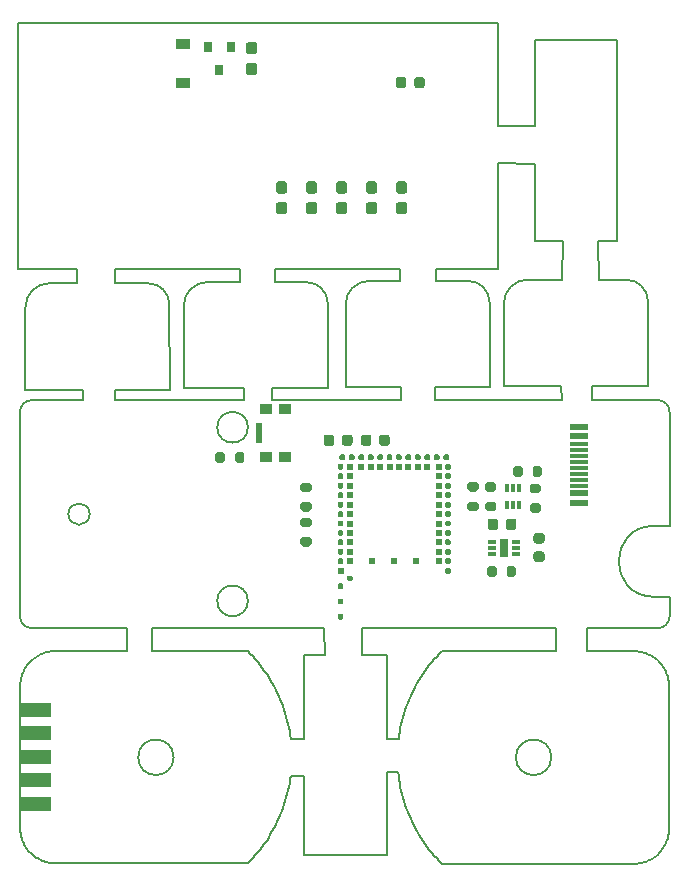
<source format=gbr>
%TF.GenerationSoftware,KiCad,Pcbnew,(5.1.10)-1*%
%TF.CreationDate,2021-10-05T13:13:14-05:00*%
%TF.ProjectId,BYTE_PANELkicad_pcb,42595445-5f50-4414-9e45-4c6b69636164,v2.2*%
%TF.SameCoordinates,Original*%
%TF.FileFunction,Paste,Top*%
%TF.FilePolarity,Positive*%
%FSLAX46Y46*%
G04 Gerber Fmt 4.6, Leading zero omitted, Abs format (unit mm)*
G04 Created by KiCad (PCBNEW (5.1.10)-1) date 2021-10-05 13:13:14*
%MOMM*%
%LPD*%
G01*
G04 APERTURE LIST*
%TA.AperFunction,Profile*%
%ADD10C,0.200000*%
%TD*%
%ADD11R,0.550000X1.700000*%
%ADD12R,1.000000X0.900000*%
%ADD13R,0.400000X0.700000*%
%ADD14R,1.650000X0.300000*%
%ADD15R,1.650000X0.600000*%
%ADD16R,0.500000X0.500000*%
%ADD17R,0.650000X1.650000*%
%ADD18R,0.700000X0.300000*%
%ADD19R,2.700000X1.200000*%
%ADD20R,0.800000X0.900000*%
%ADD21R,1.200000X0.900000*%
G04 APERTURE END LIST*
D10*
X145638100Y-94510004D02*
X145638100Y-96762180D01*
X142558100Y-96762180D02*
X142458100Y-94510004D01*
X145638100Y-96762180D02*
X147788100Y-96762180D01*
X162068100Y-94510004D02*
X145638100Y-94510004D01*
X147788100Y-96762180D02*
X147788100Y-103892180D01*
X140778100Y-103872180D02*
X140798100Y-96762180D01*
X157156100Y-55162180D02*
X160298100Y-55182180D01*
X160298100Y-51992180D02*
X157158100Y-51992180D01*
X160298100Y-61762180D02*
X160298100Y-55182180D01*
X157156100Y-43242180D02*
X157158100Y-51992180D01*
X162658100Y-61762180D02*
X162578100Y-65012180D01*
X165708100Y-65012180D02*
X165648100Y-61762180D01*
X167298100Y-61762180D02*
X165648100Y-61762180D01*
X168087294Y-65021970D02*
X165708100Y-65012180D01*
X148898100Y-64072180D02*
X148888100Y-65112180D01*
X151918100Y-64072180D02*
X151938100Y-65112180D01*
X154687294Y-65121970D02*
X151938100Y-65112180D01*
X157156100Y-64070180D02*
X151918100Y-64072180D01*
X162658100Y-61762180D02*
X160298100Y-61762180D01*
X160298100Y-51992180D02*
X160298100Y-44762180D01*
X160298100Y-44762180D02*
X167298100Y-44762180D01*
X167298100Y-44762180D02*
X167298100Y-61762180D01*
X147798100Y-106722180D02*
X147798100Y-113762180D01*
X140798100Y-96762180D02*
X142558100Y-96762180D01*
X140798100Y-113762180D02*
X140798100Y-107012180D01*
X147798100Y-113762180D02*
X140798100Y-113762180D01*
X138338100Y-65222180D02*
X138338100Y-64072180D01*
X135318100Y-64070180D02*
X135318100Y-65212180D01*
X135318100Y-65212180D02*
X132588100Y-65212180D01*
X148898100Y-64072180D02*
X138338100Y-64072180D01*
X124748100Y-64070180D02*
X124738100Y-65322180D01*
X121508100Y-65312180D02*
X121528100Y-64070180D01*
X135318100Y-64070180D02*
X124748100Y-64070180D01*
X127587294Y-65321970D02*
X124738100Y-65322180D01*
X162558100Y-74012180D02*
X162588100Y-75210004D01*
X165188100Y-75202180D02*
X165178100Y-74002180D01*
X165178100Y-74002180D02*
X169888100Y-74012180D01*
X165190000Y-75200004D02*
X170720000Y-75210004D01*
X151848100Y-74112180D02*
X151828100Y-75210004D01*
X149018100Y-75210004D02*
X149008100Y-74112180D01*
X151828100Y-75210004D02*
X162588100Y-75210004D01*
X151848100Y-74112180D02*
X156488100Y-74112180D01*
X138088100Y-74212180D02*
X138078100Y-75210004D01*
X135658100Y-74212180D02*
X135678100Y-75210004D01*
X138078100Y-75210004D02*
X149018100Y-75210004D01*
X130588100Y-74212180D02*
X135658100Y-74212180D01*
X122048100Y-75210004D02*
X122038100Y-74312180D01*
X124798100Y-75210004D02*
X124778100Y-74312180D01*
X124798100Y-75210004D02*
X135678100Y-75210004D01*
X124778100Y-74312180D02*
X129388100Y-74312180D01*
X169888100Y-74012180D02*
X169878310Y-66814500D01*
X157688100Y-74012180D02*
X157688100Y-67012180D01*
X157688100Y-74012180D02*
X162558100Y-74012180D01*
X157688100Y-67012180D02*
G75*
G02*
X159688100Y-65012180I2000000J0D01*
G01*
X168087294Y-65021969D02*
G75*
G02*
X169878309Y-66814499I806J-1790211D01*
G01*
X162578100Y-65012180D02*
X159688100Y-65012180D01*
X144288100Y-74112180D02*
X149008100Y-74112180D01*
X154687294Y-65121969D02*
G75*
G02*
X156478309Y-66914499I806J-1790211D01*
G01*
X156488100Y-74112180D02*
X156478310Y-66914500D01*
X148888100Y-65112180D02*
X146288100Y-65112180D01*
X144288100Y-67112180D02*
G75*
G02*
X146288100Y-65112180I2000000J0D01*
G01*
X144288100Y-74112180D02*
X144288100Y-67112180D01*
X138088100Y-74212180D02*
X142788100Y-74212180D01*
X140987294Y-65221969D02*
G75*
G02*
X142778309Y-67014499I806J-1790211D01*
G01*
X142788100Y-74212180D02*
X142778310Y-67014500D01*
X140985780Y-65221970D02*
X138338100Y-65222180D01*
X130588100Y-67212180D02*
G75*
G02*
X132588100Y-65212180I2000000J0D01*
G01*
X130588100Y-74212180D02*
X130588100Y-67212180D01*
X162068100Y-94510004D02*
X162068100Y-96462228D01*
X164768100Y-94510004D02*
X164768100Y-96462228D01*
X142458100Y-94510004D02*
X127868100Y-94510004D01*
X162068100Y-96462228D02*
X152439691Y-96462228D01*
X125768100Y-94510004D02*
X125768100Y-96442180D01*
X127868100Y-96442180D02*
X127868100Y-94510004D01*
X170720000Y-94510004D02*
X164768100Y-94510004D01*
X135996509Y-96442180D02*
X127868100Y-96442180D01*
X121508100Y-65312180D02*
X119188100Y-65312180D01*
X117188100Y-74312180D02*
X122038100Y-74312180D01*
X129388100Y-74312180D02*
X129378310Y-67114500D01*
X117188100Y-67312180D02*
G75*
G02*
X119188100Y-65312180I2000000J0D01*
G01*
X127587294Y-65321969D02*
G75*
G02*
X129378309Y-67114499I806J-1790211D01*
G01*
X117188100Y-74312180D02*
X117188100Y-67312180D01*
X149664215Y-100587209D02*
X149547799Y-100875525D01*
X149788569Y-100301830D02*
X149664215Y-100587209D01*
X151018880Y-98140002D02*
X150841610Y-98397203D01*
X148785800Y-103890832D02*
X147788100Y-103892180D01*
X147798100Y-106722180D02*
X148751404Y-106721733D01*
X149338778Y-101460413D02*
X149243528Y-101756746D01*
X150669631Y-98658399D02*
X150505589Y-98923432D01*
X148830779Y-103580469D02*
X148785800Y-103890832D01*
X151791463Y-97153663D02*
X151587734Y-97393613D01*
X148785800Y-107033576D02*
X148830779Y-107343939D01*
X149547799Y-100875525D02*
X149439320Y-101166646D01*
X150505589Y-98923432D02*
X150349485Y-99192195D01*
X149076841Y-102356449D02*
X149002758Y-102659582D01*
X149243528Y-101756746D02*
X149156216Y-102055460D01*
X151391942Y-97638088D02*
X151201443Y-97886928D01*
X168690379Y-96462228D02*
X164768100Y-96462228D01*
X168986712Y-96476886D02*
X168838545Y-96465906D01*
X151587734Y-97393613D02*
X151391942Y-97638088D01*
X152439691Y-96462228D02*
X152217441Y-96687838D01*
X149664215Y-110337199D02*
X149788569Y-110622578D01*
X149918215Y-110904914D02*
X150053152Y-111184049D01*
X149076841Y-108567959D02*
X149156216Y-108868948D01*
X149243528Y-109167662D02*
X149338778Y-109463995D01*
X149156216Y-108868948D02*
X149243528Y-109167662D01*
X149002758Y-108264826D02*
X149076841Y-108567959D01*
X150198673Y-111459851D02*
X150349485Y-111732213D01*
X149788569Y-110622578D02*
X149918215Y-110904914D01*
X169560857Y-114332508D02*
X169701086Y-114286523D01*
X148936612Y-102964707D02*
X148881050Y-103271716D01*
X169277753Y-114404025D02*
X169420628Y-114371719D01*
X170230252Y-114036598D02*
X170354606Y-113958149D01*
X149439320Y-109757762D02*
X149547799Y-110048883D01*
X149547799Y-110048883D02*
X149664215Y-110337199D01*
X169970961Y-114174552D02*
X170100606Y-114108776D01*
X169132233Y-114429319D02*
X169277753Y-114404025D01*
X149338778Y-109463995D02*
X149439320Y-109757762D01*
X170473668Y-113873536D02*
X170590085Y-113782810D01*
X168838545Y-114458502D02*
X168986712Y-114447522D01*
X148881050Y-107652692D02*
X148936612Y-107959701D01*
X150053152Y-111184049D02*
X150198673Y-111459851D01*
X171598146Y-112193460D02*
X171629896Y-112050188D01*
X148936612Y-107959701D02*
X149002758Y-108264826D01*
X149918215Y-100019494D02*
X149788569Y-100301830D01*
X169701086Y-96637885D02*
X169560857Y-96591900D01*
X152000483Y-96918369D02*
X151791463Y-97153663D01*
X148881050Y-103271716D02*
X148830779Y-103580469D01*
X150198673Y-99464557D02*
X150053152Y-99740359D01*
X168838545Y-96465906D02*
X168690379Y-96462228D01*
X152217441Y-96687838D02*
X152000483Y-96918369D01*
X171598146Y-98730948D02*
X171558459Y-98589713D01*
X150841610Y-98397203D02*
X150669631Y-98658399D01*
X171460563Y-98314150D02*
X171402355Y-98180351D01*
X151201443Y-97886928D02*
X151018880Y-98140002D01*
X150053152Y-99740359D02*
X149918215Y-100019494D01*
X148751404Y-106721733D02*
X148785800Y-107033576D01*
X149002758Y-102659582D02*
X148936612Y-102964707D01*
X149439320Y-101166646D02*
X149338778Y-101460413D01*
X150349485Y-99192195D02*
X150198673Y-99464557D01*
X169836023Y-96690563D02*
X169701086Y-96637885D01*
X148830779Y-107343939D02*
X148881050Y-107652692D01*
X149156216Y-102055460D02*
X149076841Y-102356449D01*
X171685459Y-99313454D02*
X171674875Y-99165711D01*
X169701086Y-114286523D02*
X169836023Y-114233845D01*
X152000483Y-114006039D02*
X152217441Y-114236570D01*
X151587734Y-113530795D02*
X151791463Y-113770745D01*
X151018880Y-112784406D02*
X151201443Y-113037480D01*
X171185397Y-113126591D02*
X171264772Y-113002476D01*
X171558459Y-112334695D02*
X171598146Y-112193460D01*
X171402355Y-112744057D02*
X171460563Y-112610258D01*
X150841610Y-112527205D02*
X151018880Y-112784406D01*
X150349485Y-111732213D02*
X150505589Y-112000976D01*
X168986712Y-114447522D02*
X169132233Y-114429319D01*
X170100606Y-114108776D02*
X170230252Y-114036598D01*
X150505589Y-112000976D02*
X150669631Y-112266009D01*
X171685459Y-111610954D02*
X171688104Y-111462206D01*
X161707278Y-105453754D02*
G75*
G03*
X161707278Y-105453754I-1500000J0D01*
G01*
X152217441Y-114236570D02*
X152439691Y-114462180D01*
X171656354Y-111905197D02*
X171674875Y-111758697D01*
X170590085Y-113782810D02*
X170703856Y-113686105D01*
X171629896Y-112050188D02*
X171656354Y-111905197D01*
X171100730Y-113247003D02*
X171185397Y-113126591D01*
X150669631Y-112266009D02*
X150841610Y-112527205D01*
X171674875Y-111758697D02*
X171685459Y-111610954D01*
X171336209Y-112874867D02*
X171402355Y-112744057D01*
X169836023Y-114233845D02*
X169970961Y-114174552D01*
X170230252Y-96887810D02*
X170100606Y-96815632D01*
X169132233Y-96495089D02*
X168986712Y-96476886D01*
X171688104Y-99462202D02*
X171685459Y-99313454D01*
X169970961Y-96749856D02*
X169836023Y-96690563D01*
X171010772Y-97560935D02*
X170912876Y-97448699D01*
X171264772Y-97921932D02*
X171185397Y-97797817D01*
X170473668Y-97050872D02*
X170354606Y-96966259D01*
X169560857Y-96591900D02*
X169420628Y-96552689D01*
X171674875Y-99165711D02*
X171656354Y-99019211D01*
X171185397Y-97797817D02*
X171100730Y-97677405D01*
X169277753Y-96520383D02*
X169132233Y-96495089D01*
X168690379Y-114462180D02*
X168838545Y-114458502D01*
X151391942Y-113286320D02*
X151587734Y-113530795D01*
X169420628Y-114371719D02*
X169560857Y-114332508D01*
X151791463Y-113770745D02*
X152000483Y-114006039D01*
X171460563Y-112610258D02*
X171513480Y-112473706D01*
X171010772Y-113363473D02*
X171100730Y-113247003D01*
X170703856Y-113686105D02*
X170809689Y-113583525D01*
X171513480Y-112473706D02*
X171558459Y-112334695D01*
X151201443Y-113037480D02*
X151391942Y-113286320D01*
X170912876Y-113475709D02*
X171010772Y-113363473D01*
X152439691Y-114462180D02*
X168690379Y-114462180D01*
X170354606Y-113958149D02*
X170473668Y-113873536D01*
X171264772Y-113002476D02*
X171336209Y-112874867D01*
X170809689Y-113583525D02*
X170912876Y-113475709D01*
X171402355Y-98180351D02*
X171336209Y-98049541D01*
X170703856Y-97238303D02*
X170590085Y-97141598D01*
X169420628Y-96552689D02*
X169277753Y-96520383D01*
X171336209Y-98049541D02*
X171264772Y-97921932D01*
X170354606Y-96966259D02*
X170230252Y-96887810D01*
X171629896Y-98874220D02*
X171598146Y-98730948D01*
X171688104Y-111462206D02*
X171688104Y-99462202D01*
X170912876Y-97448699D02*
X170809689Y-97340883D01*
X170809689Y-97340883D02*
X170703856Y-97238303D01*
X170590085Y-97141598D02*
X170473668Y-97050872D01*
X171656354Y-99019211D02*
X171629896Y-98874220D01*
X170100606Y-96815632D02*
X169970961Y-96749856D01*
X171558459Y-98589713D02*
X171513480Y-98450702D01*
X171100730Y-97677405D02*
X171010772Y-97560935D01*
X171513480Y-98450702D02*
X171460563Y-98314150D01*
X117720000Y-94510004D02*
G75*
G02*
X116720000Y-93510004I0J1000000D01*
G01*
X170720000Y-75210004D02*
G75*
G02*
X171720000Y-76210004I0J-1000000D01*
G01*
X170420000Y-91860004D02*
X171720000Y-91860004D01*
X125768100Y-94510004D02*
X117720000Y-94510004D01*
X116720000Y-76210004D02*
G75*
G02*
X117720000Y-75210004I1000000J0D01*
G01*
X122620000Y-84860004D02*
G75*
G03*
X122620000Y-84860004I-900000J0D01*
G01*
X136020001Y-77510004D02*
G75*
G03*
X136020001Y-77510004I-1300001J0D01*
G01*
X170420000Y-91860004D02*
G75*
G02*
X170420000Y-85860004I0J3000000D01*
G01*
X136020001Y-92210004D02*
G75*
G03*
X136020001Y-92210004I-1300001J0D01*
G01*
X171720000Y-91860004D02*
X171720000Y-93510004D01*
X171720000Y-93510004D02*
G75*
G02*
X170720000Y-94510004I-1000000J0D01*
G01*
X116720000Y-93510004D02*
X116720000Y-76210004D01*
X171720000Y-85860004D02*
X170420000Y-85860004D01*
X117720000Y-75210004D02*
X122048100Y-75210004D01*
X171720000Y-76210004D02*
X171720000Y-85860004D01*
X116748096Y-99442154D02*
X116748096Y-111442158D01*
X116806304Y-112030140D02*
X116838054Y-112173412D01*
X118081594Y-113938101D02*
X118205948Y-114016550D01*
X119015572Y-114351671D02*
X119158447Y-114383977D01*
X117099991Y-112854819D02*
X117171428Y-112982428D01*
X117732344Y-113666057D02*
X117846115Y-113762762D01*
X117033845Y-112724009D02*
X117099991Y-112854819D01*
X117962532Y-113853488D02*
X118081594Y-113938101D01*
X116761325Y-111738649D02*
X116779846Y-111885149D01*
X117250803Y-113106543D02*
X117335470Y-113226955D01*
X119158447Y-114383977D02*
X119303967Y-114409271D01*
X118205948Y-114016550D02*
X118335594Y-114088728D01*
X117171428Y-112982428D02*
X117250803Y-113106543D01*
X118875343Y-114312460D02*
X119015572Y-114351671D01*
X117425428Y-113343425D02*
X117523324Y-113455661D01*
X118465239Y-114154504D02*
X118600177Y-114213797D01*
X116748096Y-111442158D02*
X116750741Y-111590906D01*
X119303967Y-114409271D02*
X119449488Y-114427474D01*
X116922720Y-112453658D02*
X116975637Y-112590210D01*
X117335470Y-113226955D02*
X117425428Y-113343425D01*
X116877741Y-112314647D02*
X116922720Y-112453658D01*
X118335594Y-114088728D02*
X118465239Y-114154504D01*
X116779846Y-111885149D02*
X116806304Y-112030140D01*
X117846115Y-113762762D02*
X117962532Y-113853488D01*
X117626511Y-113563477D02*
X117732344Y-113666057D01*
X117523324Y-113455661D02*
X117626511Y-113563477D01*
X116750741Y-111590906D02*
X116761325Y-111738649D01*
X116975637Y-112590210D02*
X117033845Y-112724009D01*
X118735114Y-114266475D02*
X118875343Y-114312460D01*
X116838054Y-112173412D02*
X116877741Y-112314647D01*
X118600177Y-114213797D02*
X118735114Y-114266475D01*
X119597655Y-114438454D02*
X119745821Y-114442132D01*
X139555150Y-107632644D02*
X139605421Y-107323891D01*
X136218759Y-114216522D02*
X136435717Y-113985991D01*
X136435717Y-113985991D02*
X136644737Y-113750697D01*
X137234757Y-113017432D02*
X137417320Y-112764358D01*
X137594590Y-112507157D02*
X137766569Y-112245961D01*
X138086715Y-111712165D02*
X138237527Y-111439803D01*
X138237527Y-111439803D02*
X138383048Y-111164001D01*
X138517985Y-110884866D02*
X138647631Y-110602530D01*
X139279984Y-108848900D02*
X139359359Y-108547911D01*
X138996880Y-109737714D02*
X139097422Y-109443947D01*
X139433442Y-108244778D02*
X139499588Y-107939653D01*
X139605421Y-103560421D02*
X139555150Y-103251668D01*
X140778100Y-103872180D02*
X139650400Y-103870784D01*
X138383048Y-111164001D02*
X138517985Y-110884866D01*
X139097422Y-109443947D02*
X139192672Y-109147614D01*
X139650400Y-107013528D02*
X140798100Y-107012180D01*
X139359359Y-108547911D02*
X139433442Y-108244778D01*
X135996509Y-114442132D02*
X136218759Y-114216522D01*
X136644737Y-113750697D02*
X136848466Y-113510747D01*
X136848466Y-113510747D02*
X137044258Y-113266272D01*
X137417320Y-112764358D02*
X137594590Y-112507157D01*
X138647631Y-110602530D02*
X138771985Y-110317151D01*
X138771985Y-110317151D02*
X138888401Y-110028835D01*
X119449488Y-114427474D02*
X119597655Y-114438454D01*
X119745821Y-114442132D02*
X135996509Y-114442132D01*
X137044258Y-113266272D02*
X137234757Y-113017432D01*
X137930611Y-111980928D02*
X138086715Y-111712165D01*
X139192672Y-109147614D02*
X139279984Y-108848900D01*
X139650400Y-103870784D02*
X139605421Y-103560421D01*
X138888401Y-110028835D02*
X138996880Y-109737714D01*
X139605421Y-107323891D02*
X139650400Y-107013528D01*
X137766569Y-112245961D02*
X137930611Y-111980928D01*
X139499588Y-107939653D02*
X139555150Y-107632644D01*
X139279984Y-102035412D02*
X139192672Y-101736698D01*
X138647631Y-100281782D02*
X138517985Y-99999446D01*
X138237527Y-99444509D02*
X138086715Y-99172147D01*
X139555150Y-103251668D02*
X139499588Y-102944659D01*
X139499588Y-102944659D02*
X139433442Y-102639534D01*
X139433442Y-102639534D02*
X139359359Y-102336401D01*
X138996880Y-101146598D02*
X138888401Y-100855477D01*
X138771985Y-100567161D02*
X138647631Y-100281782D01*
X139192672Y-101736698D02*
X139097422Y-101440365D01*
X139359359Y-102336401D02*
X139279984Y-102035412D01*
X139097422Y-101440365D02*
X138996880Y-101146598D01*
X138888401Y-100855477D02*
X138771985Y-100567161D01*
X138383048Y-99720311D02*
X138237527Y-99444509D01*
X138517985Y-99999446D02*
X138383048Y-99720311D01*
X116838054Y-98710900D02*
X116806304Y-98854172D01*
X119597655Y-96445858D02*
X119449488Y-96456838D01*
X117962532Y-97030824D02*
X117846115Y-97121550D01*
X119303967Y-96475041D02*
X119158447Y-96500335D01*
X118465239Y-96729808D02*
X118335594Y-96795584D01*
X118205948Y-96867762D02*
X118081594Y-96946211D01*
X119158447Y-96500335D02*
X119015572Y-96532641D01*
X118875343Y-96571852D02*
X118735114Y-96617837D01*
X116806304Y-98854172D02*
X116779846Y-98999163D01*
X138086715Y-99172147D02*
X137930611Y-98903384D01*
X136218759Y-96667790D02*
X135996509Y-96442180D01*
X137930611Y-98903384D02*
X137766569Y-98638351D01*
X137766569Y-98638351D02*
X137594590Y-98377155D01*
X118600177Y-96670515D02*
X118465239Y-96729808D01*
X137594590Y-98377155D02*
X137417320Y-98119954D01*
X137417320Y-98119954D02*
X137234757Y-97866880D01*
X116750741Y-99293406D02*
X116748096Y-99442154D01*
X136848466Y-97373565D02*
X136644737Y-97133615D01*
X117335470Y-97657357D02*
X117250803Y-97777769D01*
X117250803Y-97777769D02*
X117171428Y-97901884D01*
X117099991Y-98029493D02*
X117033845Y-98160303D01*
X116761325Y-99145663D02*
X116750741Y-99293406D01*
X136435717Y-96898321D02*
X136218759Y-96667790D01*
X118735114Y-96617837D02*
X118600177Y-96670515D01*
X118335594Y-96795584D02*
X118205948Y-96867762D01*
X117846115Y-97121550D02*
X117732344Y-97218255D01*
X116779846Y-98999163D02*
X116761325Y-99145663D01*
X129728922Y-105450606D02*
G75*
G03*
X129728922Y-105450606I-1500000J0D01*
G01*
X119449488Y-96456838D02*
X119303967Y-96475041D01*
X117033845Y-98160303D02*
X116975637Y-98294102D01*
X116877741Y-98569665D02*
X116838054Y-98710900D01*
X117732344Y-97218255D02*
X117626511Y-97320835D01*
X117523324Y-97428651D02*
X117425428Y-97540887D01*
X117425428Y-97540887D02*
X117335470Y-97657357D01*
X116975637Y-98294102D02*
X116922720Y-98430654D01*
X116922720Y-98430654D02*
X116877741Y-98569665D01*
X137234757Y-97866880D02*
X137044258Y-97618040D01*
X117171428Y-97901884D02*
X117099991Y-98029493D01*
X137044258Y-97618040D02*
X136848466Y-97373565D01*
X136644737Y-97133615D02*
X136435717Y-96898321D01*
X117626511Y-97320835D02*
X117523324Y-97428651D01*
X118081594Y-96946211D02*
X117962532Y-97030824D01*
X125768100Y-96442180D02*
X119745821Y-96442180D01*
X119015572Y-96532641D02*
X118875343Y-96571852D01*
X119745821Y-96442180D02*
X119597655Y-96445858D01*
X116516100Y-43242180D02*
X157156100Y-43242180D01*
X116516100Y-64070180D02*
X116516100Y-43242180D01*
X121528100Y-64070180D02*
X116516100Y-64070180D01*
X157156100Y-55162180D02*
X157156100Y-64070180D01*
D11*
%TO.C,SW3*%
X136940000Y-77990000D03*
D12*
X137565000Y-80040000D03*
X139165000Y-80040000D03*
X137565000Y-75940000D03*
X139165000Y-75940000D03*
%TD*%
%TO.C,R13*%
G36*
G01*
X134065000Y-79790000D02*
X134065000Y-80340000D01*
G75*
G02*
X133865000Y-80540000I-200000J0D01*
G01*
X133465000Y-80540000D01*
G75*
G02*
X133265000Y-80340000I0J200000D01*
G01*
X133265000Y-79790000D01*
G75*
G02*
X133465000Y-79590000I200000J0D01*
G01*
X133865000Y-79590000D01*
G75*
G02*
X134065000Y-79790000I0J-200000D01*
G01*
G37*
G36*
G01*
X135715000Y-79790000D02*
X135715000Y-80340000D01*
G75*
G02*
X135515000Y-80540000I-200000J0D01*
G01*
X135115000Y-80540000D01*
G75*
G02*
X134915000Y-80340000I0J200000D01*
G01*
X134915000Y-79790000D01*
G75*
G02*
X135115000Y-79590000I200000J0D01*
G01*
X135515000Y-79590000D01*
G75*
G02*
X135715000Y-79790000I0J-200000D01*
G01*
G37*
%TD*%
%TO.C,C4*%
G36*
G01*
X147130000Y-78860000D02*
X147130000Y-78360000D01*
G75*
G02*
X147355000Y-78135000I225000J0D01*
G01*
X147805000Y-78135000D01*
G75*
G02*
X148030000Y-78360000I0J-225000D01*
G01*
X148030000Y-78860000D01*
G75*
G02*
X147805000Y-79085000I-225000J0D01*
G01*
X147355000Y-79085000D01*
G75*
G02*
X147130000Y-78860000I0J225000D01*
G01*
G37*
G36*
G01*
X145580000Y-78860000D02*
X145580000Y-78360000D01*
G75*
G02*
X145805000Y-78135000I225000J0D01*
G01*
X146255000Y-78135000D01*
G75*
G02*
X146480000Y-78360000I0J-225000D01*
G01*
X146480000Y-78860000D01*
G75*
G02*
X146255000Y-79085000I-225000J0D01*
G01*
X145805000Y-79085000D01*
G75*
G02*
X145580000Y-78860000I0J225000D01*
G01*
G37*
%TD*%
%TO.C,C3*%
G36*
G01*
X143330000Y-78360000D02*
X143330000Y-78860000D01*
G75*
G02*
X143105000Y-79085000I-225000J0D01*
G01*
X142655000Y-79085000D01*
G75*
G02*
X142430000Y-78860000I0J225000D01*
G01*
X142430000Y-78360000D01*
G75*
G02*
X142655000Y-78135000I225000J0D01*
G01*
X143105000Y-78135000D01*
G75*
G02*
X143330000Y-78360000I0J-225000D01*
G01*
G37*
G36*
G01*
X144880000Y-78360000D02*
X144880000Y-78860000D01*
G75*
G02*
X144655000Y-79085000I-225000J0D01*
G01*
X144205000Y-79085000D01*
G75*
G02*
X143980000Y-78860000I0J225000D01*
G01*
X143980000Y-78360000D01*
G75*
G02*
X144205000Y-78135000I225000J0D01*
G01*
X144655000Y-78135000D01*
G75*
G02*
X144880000Y-78360000I0J-225000D01*
G01*
G37*
%TD*%
%TO.C,R10*%
G36*
G01*
X155345000Y-82955000D02*
X154795000Y-82955000D01*
G75*
G02*
X154595000Y-82755000I0J200000D01*
G01*
X154595000Y-82355000D01*
G75*
G02*
X154795000Y-82155000I200000J0D01*
G01*
X155345000Y-82155000D01*
G75*
G02*
X155545000Y-82355000I0J-200000D01*
G01*
X155545000Y-82755000D01*
G75*
G02*
X155345000Y-82955000I-200000J0D01*
G01*
G37*
G36*
G01*
X155345000Y-84605000D02*
X154795000Y-84605000D01*
G75*
G02*
X154595000Y-84405000I0J200000D01*
G01*
X154595000Y-84005000D01*
G75*
G02*
X154795000Y-83805000I200000J0D01*
G01*
X155345000Y-83805000D01*
G75*
G02*
X155545000Y-84005000I0J-200000D01*
G01*
X155545000Y-84405000D01*
G75*
G02*
X155345000Y-84605000I-200000J0D01*
G01*
G37*
%TD*%
%TO.C,R9*%
G36*
G01*
X156315000Y-83825000D02*
X156865000Y-83825000D01*
G75*
G02*
X157065000Y-84025000I0J-200000D01*
G01*
X157065000Y-84425000D01*
G75*
G02*
X156865000Y-84625000I-200000J0D01*
G01*
X156315000Y-84625000D01*
G75*
G02*
X156115000Y-84425000I0J200000D01*
G01*
X156115000Y-84025000D01*
G75*
G02*
X156315000Y-83825000I200000J0D01*
G01*
G37*
G36*
G01*
X156315000Y-82175000D02*
X156865000Y-82175000D01*
G75*
G02*
X157065000Y-82375000I0J-200000D01*
G01*
X157065000Y-82775000D01*
G75*
G02*
X156865000Y-82975000I-200000J0D01*
G01*
X156315000Y-82975000D01*
G75*
G02*
X156115000Y-82775000I0J200000D01*
G01*
X156115000Y-82375000D01*
G75*
G02*
X156315000Y-82175000I200000J0D01*
G01*
G37*
%TD*%
%TO.C,R8*%
G36*
G01*
X160065000Y-83945000D02*
X160615000Y-83945000D01*
G75*
G02*
X160815000Y-84145000I0J-200000D01*
G01*
X160815000Y-84545000D01*
G75*
G02*
X160615000Y-84745000I-200000J0D01*
G01*
X160065000Y-84745000D01*
G75*
G02*
X159865000Y-84545000I0J200000D01*
G01*
X159865000Y-84145000D01*
G75*
G02*
X160065000Y-83945000I200000J0D01*
G01*
G37*
G36*
G01*
X160065000Y-82295000D02*
X160615000Y-82295000D01*
G75*
G02*
X160815000Y-82495000I0J-200000D01*
G01*
X160815000Y-82895000D01*
G75*
G02*
X160615000Y-83095000I-200000J0D01*
G01*
X160065000Y-83095000D01*
G75*
G02*
X159865000Y-82895000I0J200000D01*
G01*
X159865000Y-82495000D01*
G75*
G02*
X160065000Y-82295000I200000J0D01*
G01*
G37*
%TD*%
%TO.C,R7*%
G36*
G01*
X159270000Y-80985000D02*
X159270000Y-81535000D01*
G75*
G02*
X159070000Y-81735000I-200000J0D01*
G01*
X158670000Y-81735000D01*
G75*
G02*
X158470000Y-81535000I0J200000D01*
G01*
X158470000Y-80985000D01*
G75*
G02*
X158670000Y-80785000I200000J0D01*
G01*
X159070000Y-80785000D01*
G75*
G02*
X159270000Y-80985000I0J-200000D01*
G01*
G37*
G36*
G01*
X160920000Y-80985000D02*
X160920000Y-81535000D01*
G75*
G02*
X160720000Y-81735000I-200000J0D01*
G01*
X160320000Y-81735000D01*
G75*
G02*
X160120000Y-81535000I0J200000D01*
G01*
X160120000Y-80985000D01*
G75*
G02*
X160320000Y-80785000I200000J0D01*
G01*
X160720000Y-80785000D01*
G75*
G02*
X160920000Y-80985000I0J-200000D01*
G01*
G37*
%TD*%
D13*
%TO.C,Q1*%
X158470000Y-84110000D03*
X157970000Y-84110000D03*
X158470000Y-82610000D03*
X158970000Y-84110000D03*
X157970000Y-82610000D03*
X158970000Y-82610000D03*
%TD*%
D14*
%TO.C,P1*%
X164035000Y-78940000D03*
X164035000Y-79440000D03*
X164035000Y-79940000D03*
X164035000Y-80440000D03*
X164035000Y-80940000D03*
X164035000Y-81440000D03*
X164035000Y-81940000D03*
X164035000Y-82440000D03*
D15*
X164035000Y-78290000D03*
X164035000Y-83090000D03*
X164035000Y-77490000D03*
X164035000Y-83890000D03*
%TD*%
D16*
%TO.C,U2*%
X143860000Y-89660002D03*
G36*
G01*
X143610000Y-88985002D02*
X143610000Y-88735002D01*
G75*
G02*
X143735000Y-88610002I125000J0D01*
G01*
X143985000Y-88610002D01*
G75*
G02*
X144110000Y-88735002I0J-125000D01*
G01*
X144110000Y-88985002D01*
G75*
G02*
X143985000Y-89110002I-125000J0D01*
G01*
X143735000Y-89110002D01*
G75*
G02*
X143610000Y-88985002I0J125000D01*
G01*
G37*
X144660000Y-88860002D03*
G36*
G01*
X143610000Y-88185002D02*
X143610000Y-87935002D01*
G75*
G02*
X143735000Y-87810002I125000J0D01*
G01*
X143985000Y-87810002D01*
G75*
G02*
X144110000Y-87935002I0J-125000D01*
G01*
X144110000Y-88185002D01*
G75*
G02*
X143985000Y-88310002I-125000J0D01*
G01*
X143735000Y-88310002D01*
G75*
G02*
X143610000Y-88185002I0J125000D01*
G01*
G37*
X144660000Y-88060002D03*
G36*
G01*
X143610000Y-87385002D02*
X143610000Y-87135002D01*
G75*
G02*
X143735000Y-87010002I125000J0D01*
G01*
X143985000Y-87010002D01*
G75*
G02*
X144110000Y-87135002I0J-125000D01*
G01*
X144110000Y-87385002D01*
G75*
G02*
X143985000Y-87510002I-125000J0D01*
G01*
X143735000Y-87510002D01*
G75*
G02*
X143610000Y-87385002I0J125000D01*
G01*
G37*
X144660004Y-87260002D03*
G36*
G01*
X143610003Y-86585004D02*
X143610003Y-86335004D01*
G75*
G02*
X143735003Y-86210004I125000J0D01*
G01*
X143985003Y-86210004D01*
G75*
G02*
X144110003Y-86335004I0J-125000D01*
G01*
X144110003Y-86585004D01*
G75*
G02*
X143985003Y-86710004I-125000J0D01*
G01*
X143735003Y-86710004D01*
G75*
G02*
X143610003Y-86585004I0J125000D01*
G01*
G37*
X144660004Y-86460004D03*
G36*
G01*
X143610000Y-85785002D02*
X143610000Y-85535002D01*
G75*
G02*
X143735000Y-85410002I125000J0D01*
G01*
X143985000Y-85410002D01*
G75*
G02*
X144110000Y-85535002I0J-125000D01*
G01*
X144110000Y-85785002D01*
G75*
G02*
X143985000Y-85910002I-125000J0D01*
G01*
X143735000Y-85910002D01*
G75*
G02*
X143610000Y-85785002I0J125000D01*
G01*
G37*
X144659998Y-85660002D03*
G36*
G01*
X143610000Y-84985002D02*
X143610000Y-84735002D01*
G75*
G02*
X143735000Y-84610002I125000J0D01*
G01*
X143985000Y-84610002D01*
G75*
G02*
X144110000Y-84735002I0J-125000D01*
G01*
X144110000Y-84985002D01*
G75*
G02*
X143985000Y-85110002I-125000J0D01*
G01*
X143735000Y-85110002D01*
G75*
G02*
X143610000Y-84985002I0J125000D01*
G01*
G37*
X144660000Y-84859999D03*
G36*
G01*
X143610000Y-84185002D02*
X143610000Y-83935002D01*
G75*
G02*
X143735000Y-83810002I125000J0D01*
G01*
X143985000Y-83810002D01*
G75*
G02*
X144110000Y-83935002I0J-125000D01*
G01*
X144110000Y-84185002D01*
G75*
G02*
X143985000Y-84310002I-125000J0D01*
G01*
X143735000Y-84310002D01*
G75*
G02*
X143610000Y-84185002I0J125000D01*
G01*
G37*
X144660000Y-84060002D03*
G36*
G01*
X143610000Y-83385002D02*
X143610000Y-83135002D01*
G75*
G02*
X143735000Y-83010002I125000J0D01*
G01*
X143985000Y-83010002D01*
G75*
G02*
X144110000Y-83135002I0J-125000D01*
G01*
X144110000Y-83385002D01*
G75*
G02*
X143985000Y-83510002I-125000J0D01*
G01*
X143735000Y-83510002D01*
G75*
G02*
X143610000Y-83385002I0J125000D01*
G01*
G37*
X144660000Y-83260002D03*
G36*
G01*
X143610000Y-82585002D02*
X143610000Y-82335002D01*
G75*
G02*
X143735000Y-82210002I125000J0D01*
G01*
X143985000Y-82210002D01*
G75*
G02*
X144110000Y-82335002I0J-125000D01*
G01*
X144110000Y-82585002D01*
G75*
G02*
X143985000Y-82710002I-125000J0D01*
G01*
X143735000Y-82710002D01*
G75*
G02*
X143610000Y-82585002I0J125000D01*
G01*
G37*
X144660000Y-82460002D03*
G36*
G01*
X143610000Y-81785002D02*
X143610000Y-81535002D01*
G75*
G02*
X143735000Y-81410002I125000J0D01*
G01*
X143985000Y-81410002D01*
G75*
G02*
X144110000Y-81535002I0J-125000D01*
G01*
X144110000Y-81785002D01*
G75*
G02*
X143985000Y-81910002I-125000J0D01*
G01*
X143735000Y-81910002D01*
G75*
G02*
X143610000Y-81785002I0J125000D01*
G01*
G37*
X144659998Y-81660002D03*
G36*
G01*
X143610000Y-80985002D02*
X143610000Y-80735002D01*
G75*
G02*
X143735000Y-80610002I125000J0D01*
G01*
X143985000Y-80610002D01*
G75*
G02*
X144110000Y-80735002I0J-125000D01*
G01*
X144110000Y-80985002D01*
G75*
G02*
X143985000Y-81110002I-125000J0D01*
G01*
X143735000Y-81110002D01*
G75*
G02*
X143610000Y-80985002I0J125000D01*
G01*
G37*
X144659998Y-80860002D03*
G36*
G01*
X143884997Y-79810002D02*
X144134997Y-79810002D01*
G75*
G02*
X144259997Y-79935002I0J-125000D01*
G01*
X144259997Y-80185002D01*
G75*
G02*
X144134997Y-80310002I-125000J0D01*
G01*
X143884997Y-80310002D01*
G75*
G02*
X143759997Y-80185002I0J125000D01*
G01*
X143759997Y-79935002D01*
G75*
G02*
X143884997Y-79810002I125000J0D01*
G01*
G37*
G36*
G01*
X144685003Y-79810002D02*
X144935003Y-79810002D01*
G75*
G02*
X145060003Y-79935002I0J-125000D01*
G01*
X145060003Y-80185002D01*
G75*
G02*
X144935003Y-80310002I-125000J0D01*
G01*
X144685003Y-80310002D01*
G75*
G02*
X144560003Y-80185002I0J125000D01*
G01*
X144560003Y-79935002D01*
G75*
G02*
X144685003Y-79810002I125000J0D01*
G01*
G37*
G36*
G01*
X145485002Y-79810002D02*
X145735002Y-79810002D01*
G75*
G02*
X145860002Y-79935002I0J-125000D01*
G01*
X145860002Y-80185002D01*
G75*
G02*
X145735002Y-80310002I-125000J0D01*
G01*
X145485002Y-80310002D01*
G75*
G02*
X145360002Y-80185002I0J125000D01*
G01*
X145360002Y-79935002D01*
G75*
G02*
X145485002Y-79810002I125000J0D01*
G01*
G37*
X145610002Y-80860002D03*
G36*
G01*
X146285003Y-79809999D02*
X146535003Y-79809999D01*
G75*
G02*
X146660003Y-79934999I0J-125000D01*
G01*
X146660003Y-80184999D01*
G75*
G02*
X146535003Y-80309999I-125000J0D01*
G01*
X146285003Y-80309999D01*
G75*
G02*
X146160003Y-80184999I0J125000D01*
G01*
X146160003Y-79934999D01*
G75*
G02*
X146285003Y-79809999I125000J0D01*
G01*
G37*
X146410000Y-80860002D03*
G36*
G01*
X147084998Y-79809999D02*
X147334998Y-79809999D01*
G75*
G02*
X147459998Y-79934999I0J-125000D01*
G01*
X147459998Y-80184999D01*
G75*
G02*
X147334998Y-80309999I-125000J0D01*
G01*
X147084998Y-80309999D01*
G75*
G02*
X146959998Y-80184999I0J125000D01*
G01*
X146959998Y-79934999D01*
G75*
G02*
X147084998Y-79809999I125000J0D01*
G01*
G37*
X147210000Y-80860002D03*
G36*
G01*
X147885002Y-79810002D02*
X148135002Y-79810002D01*
G75*
G02*
X148260002Y-79935002I0J-125000D01*
G01*
X148260002Y-80185002D01*
G75*
G02*
X148135002Y-80310002I-125000J0D01*
G01*
X147885002Y-80310002D01*
G75*
G02*
X147760002Y-80185002I0J125000D01*
G01*
X147760002Y-79935002D01*
G75*
G02*
X147885002Y-79810002I125000J0D01*
G01*
G37*
X148010002Y-80860002D03*
G36*
G01*
X148685003Y-79810002D02*
X148935003Y-79810002D01*
G75*
G02*
X149060003Y-79935002I0J-125000D01*
G01*
X149060003Y-80185002D01*
G75*
G02*
X148935003Y-80310002I-125000J0D01*
G01*
X148685003Y-80310002D01*
G75*
G02*
X148560003Y-80185002I0J125000D01*
G01*
X148560003Y-79935002D01*
G75*
G02*
X148685003Y-79810002I125000J0D01*
G01*
G37*
X148809998Y-80860002D03*
G36*
G01*
X149485000Y-79810002D02*
X149735000Y-79810002D01*
G75*
G02*
X149860000Y-79935002I0J-125000D01*
G01*
X149860000Y-80185002D01*
G75*
G02*
X149735000Y-80310002I-125000J0D01*
G01*
X149485000Y-80310002D01*
G75*
G02*
X149360000Y-80185002I0J125000D01*
G01*
X149360000Y-79935002D01*
G75*
G02*
X149485000Y-79810002I125000J0D01*
G01*
G37*
X149610004Y-80860002D03*
G36*
G01*
X150285005Y-79810002D02*
X150535005Y-79810002D01*
G75*
G02*
X150660005Y-79935002I0J-125000D01*
G01*
X150660005Y-80185002D01*
G75*
G02*
X150535005Y-80310002I-125000J0D01*
G01*
X150285005Y-80310002D01*
G75*
G02*
X150160005Y-80185002I0J125000D01*
G01*
X150160005Y-79935002D01*
G75*
G02*
X150285005Y-79810002I125000J0D01*
G01*
G37*
X150410005Y-80860002D03*
G36*
G01*
X151085000Y-79810002D02*
X151335000Y-79810002D01*
G75*
G02*
X151460000Y-79935002I0J-125000D01*
G01*
X151460000Y-80185002D01*
G75*
G02*
X151335000Y-80310002I-125000J0D01*
G01*
X151085000Y-80310002D01*
G75*
G02*
X150960000Y-80185002I0J125000D01*
G01*
X150960000Y-79935002D01*
G75*
G02*
X151085000Y-79810002I125000J0D01*
G01*
G37*
X151210000Y-80860002D03*
G36*
G01*
X151885004Y-79809999D02*
X152135004Y-79809999D01*
G75*
G02*
X152260004Y-79934999I0J-125000D01*
G01*
X152260004Y-80184999D01*
G75*
G02*
X152135004Y-80309999I-125000J0D01*
G01*
X151885004Y-80309999D01*
G75*
G02*
X151760004Y-80184999I0J125000D01*
G01*
X151760004Y-79934999D01*
G75*
G02*
X151885004Y-79809999I125000J0D01*
G01*
G37*
G36*
G01*
X152685000Y-79810002D02*
X152935000Y-79810002D01*
G75*
G02*
X153060000Y-79935002I0J-125000D01*
G01*
X153060000Y-80185002D01*
G75*
G02*
X152935000Y-80310002I-125000J0D01*
G01*
X152685000Y-80310002D01*
G75*
G02*
X152560000Y-80185002I0J125000D01*
G01*
X152560000Y-79935002D01*
G75*
G02*
X152685000Y-79810002I125000J0D01*
G01*
G37*
G36*
G01*
X152710002Y-80985002D02*
X152710002Y-80735002D01*
G75*
G02*
X152835002Y-80610002I125000J0D01*
G01*
X153085002Y-80610002D01*
G75*
G02*
X153210002Y-80735002I0J-125000D01*
G01*
X153210002Y-80985002D01*
G75*
G02*
X153085002Y-81110002I-125000J0D01*
G01*
X152835002Y-81110002D01*
G75*
G02*
X152710002Y-80985002I0J125000D01*
G01*
G37*
X152160000Y-80860002D03*
G36*
G01*
X152710002Y-81785002D02*
X152710002Y-81535002D01*
G75*
G02*
X152835002Y-81410002I125000J0D01*
G01*
X153085002Y-81410002D01*
G75*
G02*
X153210002Y-81535002I0J-125000D01*
G01*
X153210002Y-81785002D01*
G75*
G02*
X153085002Y-81910002I-125000J0D01*
G01*
X152835002Y-81910002D01*
G75*
G02*
X152710002Y-81785002I0J125000D01*
G01*
G37*
X152160000Y-81660002D03*
G36*
G01*
X152710002Y-82585002D02*
X152710002Y-82335002D01*
G75*
G02*
X152835002Y-82210002I125000J0D01*
G01*
X153085002Y-82210002D01*
G75*
G02*
X153210002Y-82335002I0J-125000D01*
G01*
X153210002Y-82585002D01*
G75*
G02*
X153085002Y-82710002I-125000J0D01*
G01*
X152835002Y-82710002D01*
G75*
G02*
X152710002Y-82585002I0J125000D01*
G01*
G37*
X152160000Y-82460002D03*
G36*
G01*
X152710002Y-83385002D02*
X152710002Y-83135002D01*
G75*
G02*
X152835002Y-83010002I125000J0D01*
G01*
X153085002Y-83010002D01*
G75*
G02*
X153210002Y-83135002I0J-125000D01*
G01*
X153210002Y-83385002D01*
G75*
G02*
X153085002Y-83510002I-125000J0D01*
G01*
X152835002Y-83510002D01*
G75*
G02*
X152710002Y-83385002I0J125000D01*
G01*
G37*
X152160000Y-83260002D03*
G36*
G01*
X152710002Y-84185002D02*
X152710002Y-83935002D01*
G75*
G02*
X152835002Y-83810002I125000J0D01*
G01*
X153085002Y-83810002D01*
G75*
G02*
X153210002Y-83935002I0J-125000D01*
G01*
X153210002Y-84185002D01*
G75*
G02*
X153085002Y-84310002I-125000J0D01*
G01*
X152835002Y-84310002D01*
G75*
G02*
X152710002Y-84185002I0J125000D01*
G01*
G37*
X152160000Y-84060002D03*
G36*
G01*
X152710002Y-84985002D02*
X152710002Y-84735002D01*
G75*
G02*
X152835002Y-84610002I125000J0D01*
G01*
X153085002Y-84610002D01*
G75*
G02*
X153210002Y-84735002I0J-125000D01*
G01*
X153210002Y-84985002D01*
G75*
G02*
X153085002Y-85110002I-125000J0D01*
G01*
X152835002Y-85110002D01*
G75*
G02*
X152710002Y-84985002I0J125000D01*
G01*
G37*
X152160000Y-84860002D03*
G36*
G01*
X152710002Y-85785002D02*
X152710002Y-85535002D01*
G75*
G02*
X152835002Y-85410002I125000J0D01*
G01*
X153085002Y-85410002D01*
G75*
G02*
X153210002Y-85535002I0J-125000D01*
G01*
X153210002Y-85785002D01*
G75*
G02*
X153085002Y-85910002I-125000J0D01*
G01*
X152835002Y-85910002D01*
G75*
G02*
X152710002Y-85785002I0J125000D01*
G01*
G37*
X152160000Y-85660002D03*
G36*
G01*
X152710002Y-86585002D02*
X152710002Y-86335002D01*
G75*
G02*
X152835002Y-86210002I125000J0D01*
G01*
X153085002Y-86210002D01*
G75*
G02*
X153210002Y-86335002I0J-125000D01*
G01*
X153210002Y-86585002D01*
G75*
G02*
X153085002Y-86710002I-125000J0D01*
G01*
X152835002Y-86710002D01*
G75*
G02*
X152710002Y-86585002I0J125000D01*
G01*
G37*
X152160000Y-86460002D03*
G36*
G01*
X152710002Y-87385002D02*
X152710002Y-87135002D01*
G75*
G02*
X152835002Y-87010002I125000J0D01*
G01*
X153085002Y-87010002D01*
G75*
G02*
X153210002Y-87135002I0J-125000D01*
G01*
X153210002Y-87385002D01*
G75*
G02*
X153085002Y-87510002I-125000J0D01*
G01*
X152835002Y-87510002D01*
G75*
G02*
X152710002Y-87385002I0J125000D01*
G01*
G37*
X152160000Y-87260002D03*
G36*
G01*
X152710002Y-88185002D02*
X152710002Y-87935002D01*
G75*
G02*
X152835002Y-87810002I125000J0D01*
G01*
X153085002Y-87810002D01*
G75*
G02*
X153210002Y-87935002I0J-125000D01*
G01*
X153210002Y-88185002D01*
G75*
G02*
X153085002Y-88310002I-125000J0D01*
G01*
X152835002Y-88310002D01*
G75*
G02*
X152710002Y-88185002I0J125000D01*
G01*
G37*
X152160000Y-88060002D03*
G36*
G01*
X152710002Y-88985002D02*
X152710002Y-88735002D01*
G75*
G02*
X152835002Y-88610002I125000J0D01*
G01*
X153085002Y-88610002D01*
G75*
G02*
X153210002Y-88735002I0J-125000D01*
G01*
X153210002Y-88985002D01*
G75*
G02*
X153085002Y-89110002I-125000J0D01*
G01*
X152835002Y-89110002D01*
G75*
G02*
X152710002Y-88985002I0J125000D01*
G01*
G37*
X152160000Y-88860004D03*
G36*
G01*
X152710002Y-89785002D02*
X152710002Y-89535002D01*
G75*
G02*
X152835002Y-89410002I125000J0D01*
G01*
X153085002Y-89410002D01*
G75*
G02*
X153210002Y-89535002I0J-125000D01*
G01*
X153210002Y-89785002D01*
G75*
G02*
X153085002Y-89910002I-125000J0D01*
G01*
X152835002Y-89910002D01*
G75*
G02*
X152710002Y-89785002I0J125000D01*
G01*
G37*
G36*
G01*
X143610000Y-91085002D02*
X143610000Y-90835002D01*
G75*
G02*
X143735000Y-90710002I125000J0D01*
G01*
X143985000Y-90710002D01*
G75*
G02*
X144110000Y-90835002I0J-125000D01*
G01*
X144110000Y-91085002D01*
G75*
G02*
X143985000Y-91210002I-125000J0D01*
G01*
X143735000Y-91210002D01*
G75*
G02*
X143610000Y-91085002I0J125000D01*
G01*
G37*
G36*
G01*
X143610000Y-92385002D02*
X143610000Y-92135002D01*
G75*
G02*
X143735000Y-92010002I125000J0D01*
G01*
X143985000Y-92010002D01*
G75*
G02*
X144110000Y-92135002I0J-125000D01*
G01*
X144110000Y-92385002D01*
G75*
G02*
X143985000Y-92510002I-125000J0D01*
G01*
X143735000Y-92510002D01*
G75*
G02*
X143610000Y-92385002I0J125000D01*
G01*
G37*
G36*
G01*
X143610000Y-93685002D02*
X143610000Y-93435002D01*
G75*
G02*
X143735000Y-93310002I125000J0D01*
G01*
X143985000Y-93310002D01*
G75*
G02*
X144110000Y-93435002I0J-125000D01*
G01*
X144110000Y-93685002D01*
G75*
G02*
X143985000Y-93810002I-125000J0D01*
G01*
X143735000Y-93810002D01*
G75*
G02*
X143610000Y-93685002I0J125000D01*
G01*
G37*
X150285000Y-88860002D03*
X148410000Y-88860002D03*
X146535000Y-88860002D03*
G36*
G01*
X144410000Y-90435011D02*
X144410000Y-90185011D01*
G75*
G02*
X144535000Y-90060011I125000J0D01*
G01*
X144785000Y-90060011D01*
G75*
G02*
X144910000Y-90185011I0J-125000D01*
G01*
X144910000Y-90435011D01*
G75*
G02*
X144785000Y-90560011I-125000J0D01*
G01*
X144535000Y-90560011D01*
G75*
G02*
X144410000Y-90435011I0J125000D01*
G01*
G37*
%TD*%
D17*
%TO.C,U1*%
X157710000Y-87710000D03*
D18*
X156660000Y-88210000D03*
X156660000Y-87710000D03*
X156660000Y-87210000D03*
X158760000Y-87210000D03*
X158760000Y-87710000D03*
X158760000Y-88210000D03*
%TD*%
%TO.C,R5*%
G36*
G01*
X141215000Y-83000000D02*
X140665000Y-83000000D01*
G75*
G02*
X140465000Y-82800000I0J200000D01*
G01*
X140465000Y-82400000D01*
G75*
G02*
X140665000Y-82200000I200000J0D01*
G01*
X141215000Y-82200000D01*
G75*
G02*
X141415000Y-82400000I0J-200000D01*
G01*
X141415000Y-82800000D01*
G75*
G02*
X141215000Y-83000000I-200000J0D01*
G01*
G37*
G36*
G01*
X141215000Y-84650000D02*
X140665000Y-84650000D01*
G75*
G02*
X140465000Y-84450000I0J200000D01*
G01*
X140465000Y-84050000D01*
G75*
G02*
X140665000Y-83850000I200000J0D01*
G01*
X141215000Y-83850000D01*
G75*
G02*
X141415000Y-84050000I0J-200000D01*
G01*
X141415000Y-84450000D01*
G75*
G02*
X141215000Y-84650000I-200000J0D01*
G01*
G37*
%TD*%
%TO.C,R3*%
G36*
G01*
X140655000Y-86810000D02*
X141205000Y-86810000D01*
G75*
G02*
X141405000Y-87010000I0J-200000D01*
G01*
X141405000Y-87410000D01*
G75*
G02*
X141205000Y-87610000I-200000J0D01*
G01*
X140655000Y-87610000D01*
G75*
G02*
X140455000Y-87410000I0J200000D01*
G01*
X140455000Y-87010000D01*
G75*
G02*
X140655000Y-86810000I200000J0D01*
G01*
G37*
G36*
G01*
X140655000Y-85160000D02*
X141205000Y-85160000D01*
G75*
G02*
X141405000Y-85360000I0J-200000D01*
G01*
X141405000Y-85760000D01*
G75*
G02*
X141205000Y-85960000I-200000J0D01*
G01*
X140655000Y-85960000D01*
G75*
G02*
X140455000Y-85760000I0J200000D01*
G01*
X140455000Y-85360000D01*
G75*
G02*
X140655000Y-85160000I200000J0D01*
G01*
G37*
%TD*%
%TO.C,R2*%
G36*
G01*
X157085000Y-89445000D02*
X157085000Y-89995000D01*
G75*
G02*
X156885000Y-90195000I-200000J0D01*
G01*
X156485000Y-90195000D01*
G75*
G02*
X156285000Y-89995000I0J200000D01*
G01*
X156285000Y-89445000D01*
G75*
G02*
X156485000Y-89245000I200000J0D01*
G01*
X156885000Y-89245000D01*
G75*
G02*
X157085000Y-89445000I0J-200000D01*
G01*
G37*
G36*
G01*
X158735000Y-89445000D02*
X158735000Y-89995000D01*
G75*
G02*
X158535000Y-90195000I-200000J0D01*
G01*
X158135000Y-90195000D01*
G75*
G02*
X157935000Y-89995000I0J200000D01*
G01*
X157935000Y-89445000D01*
G75*
G02*
X158135000Y-89245000I200000J0D01*
G01*
X158535000Y-89245000D01*
G75*
G02*
X158735000Y-89445000I0J-200000D01*
G01*
G37*
%TD*%
%TO.C,C2*%
G36*
G01*
X160420000Y-88015000D02*
X160920000Y-88015000D01*
G75*
G02*
X161145000Y-88240000I0J-225000D01*
G01*
X161145000Y-88690000D01*
G75*
G02*
X160920000Y-88915000I-225000J0D01*
G01*
X160420000Y-88915000D01*
G75*
G02*
X160195000Y-88690000I0J225000D01*
G01*
X160195000Y-88240000D01*
G75*
G02*
X160420000Y-88015000I225000J0D01*
G01*
G37*
G36*
G01*
X160420000Y-86465000D02*
X160920000Y-86465000D01*
G75*
G02*
X161145000Y-86690000I0J-225000D01*
G01*
X161145000Y-87140000D01*
G75*
G02*
X160920000Y-87365000I-225000J0D01*
G01*
X160420000Y-87365000D01*
G75*
G02*
X160195000Y-87140000I0J225000D01*
G01*
X160195000Y-86690000D01*
G75*
G02*
X160420000Y-86465000I225000J0D01*
G01*
G37*
%TD*%
%TO.C,C1*%
G36*
G01*
X157860000Y-85980000D02*
X157860000Y-85480000D01*
G75*
G02*
X158085000Y-85255000I225000J0D01*
G01*
X158535000Y-85255000D01*
G75*
G02*
X158760000Y-85480000I0J-225000D01*
G01*
X158760000Y-85980000D01*
G75*
G02*
X158535000Y-86205000I-225000J0D01*
G01*
X158085000Y-86205000D01*
G75*
G02*
X157860000Y-85980000I0J225000D01*
G01*
G37*
G36*
G01*
X156310000Y-85980000D02*
X156310000Y-85480000D01*
G75*
G02*
X156535000Y-85255000I225000J0D01*
G01*
X156985000Y-85255000D01*
G75*
G02*
X157210000Y-85480000I0J-225000D01*
G01*
X157210000Y-85980000D01*
G75*
G02*
X156985000Y-86205000I-225000J0D01*
G01*
X156535000Y-86205000D01*
G75*
G02*
X156310000Y-85980000I0J225000D01*
G01*
G37*
%TD*%
D19*
%TO.C,J1*%
X117958100Y-109412180D03*
X117958100Y-107412180D03*
X117958100Y-105412180D03*
X117958100Y-103412180D03*
X117958100Y-101412180D03*
%TD*%
%TO.C,C1*%
G36*
G01*
X150114600Y-48578430D02*
X150114600Y-48065930D01*
G75*
G02*
X150333350Y-47847180I218750J0D01*
G01*
X150770850Y-47847180D01*
G75*
G02*
X150989600Y-48065930I0J-218750D01*
G01*
X150989600Y-48578430D01*
G75*
G02*
X150770850Y-48797180I-218750J0D01*
G01*
X150333350Y-48797180D01*
G75*
G02*
X150114600Y-48578430I0J218750D01*
G01*
G37*
G36*
G01*
X148539600Y-48578430D02*
X148539600Y-48065930D01*
G75*
G02*
X148758350Y-47847180I218750J0D01*
G01*
X149195850Y-47847180D01*
G75*
G02*
X149414600Y-48065930I0J-218750D01*
G01*
X149414600Y-48578430D01*
G75*
G02*
X149195850Y-48797180I-218750J0D01*
G01*
X148758350Y-48797180D01*
G75*
G02*
X148539600Y-48578430I0J218750D01*
G01*
G37*
%TD*%
D20*
%TO.C,Q1*%
X133600100Y-47274180D03*
X132650100Y-45274180D03*
X134550100Y-45274180D03*
%TD*%
D21*
%TO.C,D1*%
X130486100Y-45022180D03*
X130486100Y-48322180D03*
%TD*%
%TO.C,R6*%
G36*
G01*
X136565600Y-45940180D02*
X136090600Y-45940180D01*
G75*
G02*
X135853100Y-45702680I0J237500D01*
G01*
X135853100Y-45127680D01*
G75*
G02*
X136090600Y-44890180I237500J0D01*
G01*
X136565600Y-44890180D01*
G75*
G02*
X136803100Y-45127680I0J-237500D01*
G01*
X136803100Y-45702680D01*
G75*
G02*
X136565600Y-45940180I-237500J0D01*
G01*
G37*
G36*
G01*
X136565600Y-47690180D02*
X136090600Y-47690180D01*
G75*
G02*
X135853100Y-47452680I0J237500D01*
G01*
X135853100Y-46877680D01*
G75*
G02*
X136090600Y-46640180I237500J0D01*
G01*
X136565600Y-46640180D01*
G75*
G02*
X136803100Y-46877680I0J-237500D01*
G01*
X136803100Y-47452680D01*
G75*
G02*
X136565600Y-47690180I-237500J0D01*
G01*
G37*
%TD*%
%TO.C,R5*%
G36*
G01*
X139105600Y-57737180D02*
X138630600Y-57737180D01*
G75*
G02*
X138393100Y-57499680I0J237500D01*
G01*
X138393100Y-56924680D01*
G75*
G02*
X138630600Y-56687180I237500J0D01*
G01*
X139105600Y-56687180D01*
G75*
G02*
X139343100Y-56924680I0J-237500D01*
G01*
X139343100Y-57499680D01*
G75*
G02*
X139105600Y-57737180I-237500J0D01*
G01*
G37*
G36*
G01*
X139105600Y-59487180D02*
X138630600Y-59487180D01*
G75*
G02*
X138393100Y-59249680I0J237500D01*
G01*
X138393100Y-58674680D01*
G75*
G02*
X138630600Y-58437180I237500J0D01*
G01*
X139105600Y-58437180D01*
G75*
G02*
X139343100Y-58674680I0J-237500D01*
G01*
X139343100Y-59249680D01*
G75*
G02*
X139105600Y-59487180I-237500J0D01*
G01*
G37*
%TD*%
%TO.C,R4*%
G36*
G01*
X149265600Y-57737180D02*
X148790600Y-57737180D01*
G75*
G02*
X148553100Y-57499680I0J237500D01*
G01*
X148553100Y-56924680D01*
G75*
G02*
X148790600Y-56687180I237500J0D01*
G01*
X149265600Y-56687180D01*
G75*
G02*
X149503100Y-56924680I0J-237500D01*
G01*
X149503100Y-57499680D01*
G75*
G02*
X149265600Y-57737180I-237500J0D01*
G01*
G37*
G36*
G01*
X149265600Y-59487180D02*
X148790600Y-59487180D01*
G75*
G02*
X148553100Y-59249680I0J237500D01*
G01*
X148553100Y-58674680D01*
G75*
G02*
X148790600Y-58437180I237500J0D01*
G01*
X149265600Y-58437180D01*
G75*
G02*
X149503100Y-58674680I0J-237500D01*
G01*
X149503100Y-59249680D01*
G75*
G02*
X149265600Y-59487180I-237500J0D01*
G01*
G37*
%TD*%
%TO.C,R3*%
G36*
G01*
X146725600Y-57737180D02*
X146250600Y-57737180D01*
G75*
G02*
X146013100Y-57499680I0J237500D01*
G01*
X146013100Y-56924680D01*
G75*
G02*
X146250600Y-56687180I237500J0D01*
G01*
X146725600Y-56687180D01*
G75*
G02*
X146963100Y-56924680I0J-237500D01*
G01*
X146963100Y-57499680D01*
G75*
G02*
X146725600Y-57737180I-237500J0D01*
G01*
G37*
G36*
G01*
X146725600Y-59487180D02*
X146250600Y-59487180D01*
G75*
G02*
X146013100Y-59249680I0J237500D01*
G01*
X146013100Y-58674680D01*
G75*
G02*
X146250600Y-58437180I237500J0D01*
G01*
X146725600Y-58437180D01*
G75*
G02*
X146963100Y-58674680I0J-237500D01*
G01*
X146963100Y-59249680D01*
G75*
G02*
X146725600Y-59487180I-237500J0D01*
G01*
G37*
%TD*%
%TO.C,R2*%
G36*
G01*
X144185600Y-57737180D02*
X143710600Y-57737180D01*
G75*
G02*
X143473100Y-57499680I0J237500D01*
G01*
X143473100Y-56924680D01*
G75*
G02*
X143710600Y-56687180I237500J0D01*
G01*
X144185600Y-56687180D01*
G75*
G02*
X144423100Y-56924680I0J-237500D01*
G01*
X144423100Y-57499680D01*
G75*
G02*
X144185600Y-57737180I-237500J0D01*
G01*
G37*
G36*
G01*
X144185600Y-59487180D02*
X143710600Y-59487180D01*
G75*
G02*
X143473100Y-59249680I0J237500D01*
G01*
X143473100Y-58674680D01*
G75*
G02*
X143710600Y-58437180I237500J0D01*
G01*
X144185600Y-58437180D01*
G75*
G02*
X144423100Y-58674680I0J-237500D01*
G01*
X144423100Y-59249680D01*
G75*
G02*
X144185600Y-59487180I-237500J0D01*
G01*
G37*
%TD*%
%TO.C,R1*%
G36*
G01*
X141645600Y-57737180D02*
X141170600Y-57737180D01*
G75*
G02*
X140933100Y-57499680I0J237500D01*
G01*
X140933100Y-56924680D01*
G75*
G02*
X141170600Y-56687180I237500J0D01*
G01*
X141645600Y-56687180D01*
G75*
G02*
X141883100Y-56924680I0J-237500D01*
G01*
X141883100Y-57499680D01*
G75*
G02*
X141645600Y-57737180I-237500J0D01*
G01*
G37*
G36*
G01*
X141645600Y-59487180D02*
X141170600Y-59487180D01*
G75*
G02*
X140933100Y-59249680I0J237500D01*
G01*
X140933100Y-58674680D01*
G75*
G02*
X141170600Y-58437180I237500J0D01*
G01*
X141645600Y-58437180D01*
G75*
G02*
X141883100Y-58674680I0J-237500D01*
G01*
X141883100Y-59249680D01*
G75*
G02*
X141645600Y-59487180I-237500J0D01*
G01*
G37*
%TD*%
M02*

</source>
